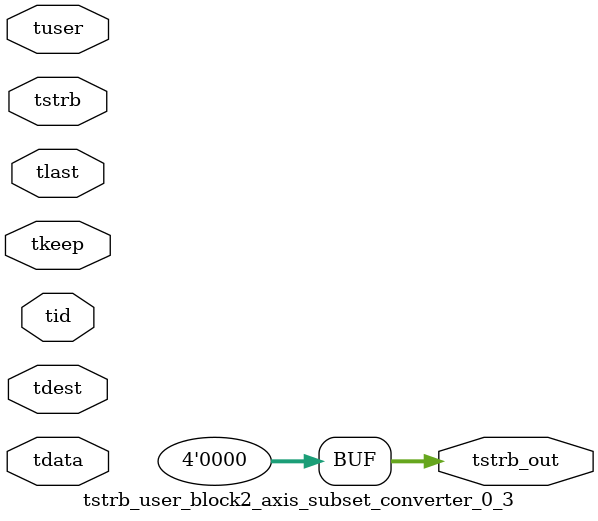
<source format=v>


`timescale 1ps/1ps

module tstrb_user_block2_axis_subset_converter_0_3 #
(
parameter C_S_AXIS_TDATA_WIDTH = 32,
parameter C_S_AXIS_TUSER_WIDTH = 0,
parameter C_S_AXIS_TID_WIDTH   = 0,
parameter C_S_AXIS_TDEST_WIDTH = 0,
parameter C_M_AXIS_TDATA_WIDTH = 32
)
(
input  [(C_S_AXIS_TDATA_WIDTH == 0 ? 1 : C_S_AXIS_TDATA_WIDTH)-1:0     ] tdata,
input  [(C_S_AXIS_TUSER_WIDTH == 0 ? 1 : C_S_AXIS_TUSER_WIDTH)-1:0     ] tuser,
input  [(C_S_AXIS_TID_WIDTH   == 0 ? 1 : C_S_AXIS_TID_WIDTH)-1:0       ] tid,
input  [(C_S_AXIS_TDEST_WIDTH == 0 ? 1 : C_S_AXIS_TDEST_WIDTH)-1:0     ] tdest,
input  [(C_S_AXIS_TDATA_WIDTH/8)-1:0 ] tkeep,
input  [(C_S_AXIS_TDATA_WIDTH/8)-1:0 ] tstrb,
input                                                                    tlast,
output [(C_M_AXIS_TDATA_WIDTH/8)-1:0 ] tstrb_out
);

assign tstrb_out = {1'b0};

endmodule


</source>
